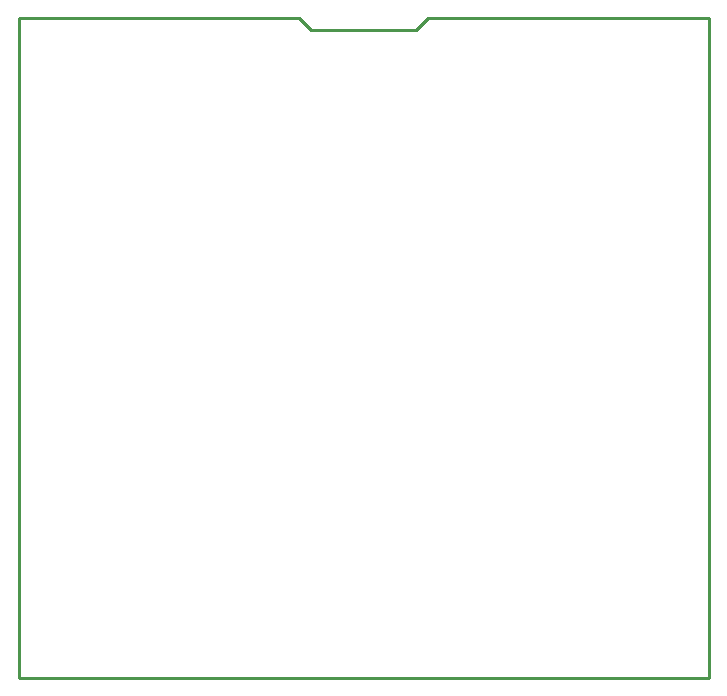
<source format=gbr>
G04 #@! TF.GenerationSoftware,KiCad,Pcbnew,5.1.0-rc2-unknown-036be7d~80~ubuntu16.04.1*
G04 #@! TF.CreationDate,2022-05-16T13:48:37+03:00*
G04 #@! TF.ProjectId,LoRa-STM32WL-DevKit_RevD,4c6f5261-2d53-4544-9d33-32574c2d4465,D*
G04 #@! TF.SameCoordinates,Original*
G04 #@! TF.FileFunction,Profile,NP*
%FSLAX46Y46*%
G04 Gerber Fmt 4.6, Leading zero omitted, Abs format (unit mm)*
G04 Created by KiCad (PCBNEW 5.1.0-rc2-unknown-036be7d~80~ubuntu16.04.1) date 2022-05-16 13:48:37*
%MOMM*%
%LPD*%
G04 APERTURE LIST*
%ADD10C,0.254000*%
G04 APERTURE END LIST*
D10*
X89281000Y-86360000D02*
X113030000Y-86360000D01*
X88265000Y-87376000D02*
X89281000Y-86360000D01*
X79375000Y-87376000D02*
X88265000Y-87376000D01*
X78359000Y-86360000D02*
X79375000Y-87376000D01*
X113030000Y-86360000D02*
X113030000Y-142240000D01*
X54610000Y-86360000D02*
X78359000Y-86360000D01*
X54610000Y-142240000D02*
X54610000Y-86360000D01*
X113030000Y-142240000D02*
X54610000Y-142240000D01*
M02*

</source>
